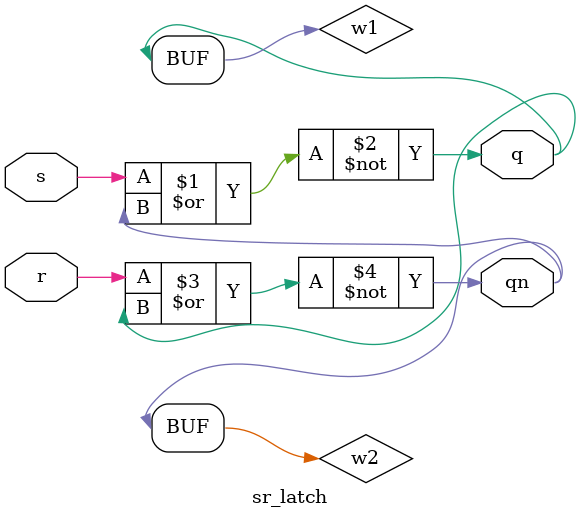
<source format=v>
module sr_latch (
    input s,
    input r,
    output q,
    output qn
);

    // Internal wires to hold outputs of the NOR gates
    wire w1, w2;

    // Gate-level modeling
    nor n1(w1, s, qn);  // w1 = ~(s + qn)
    nor n2(w2, r, q);   // w2 = ~(r + q)

    // Outputs
    assign q = w1;
    assign qn = w2;

endmodule

</source>
